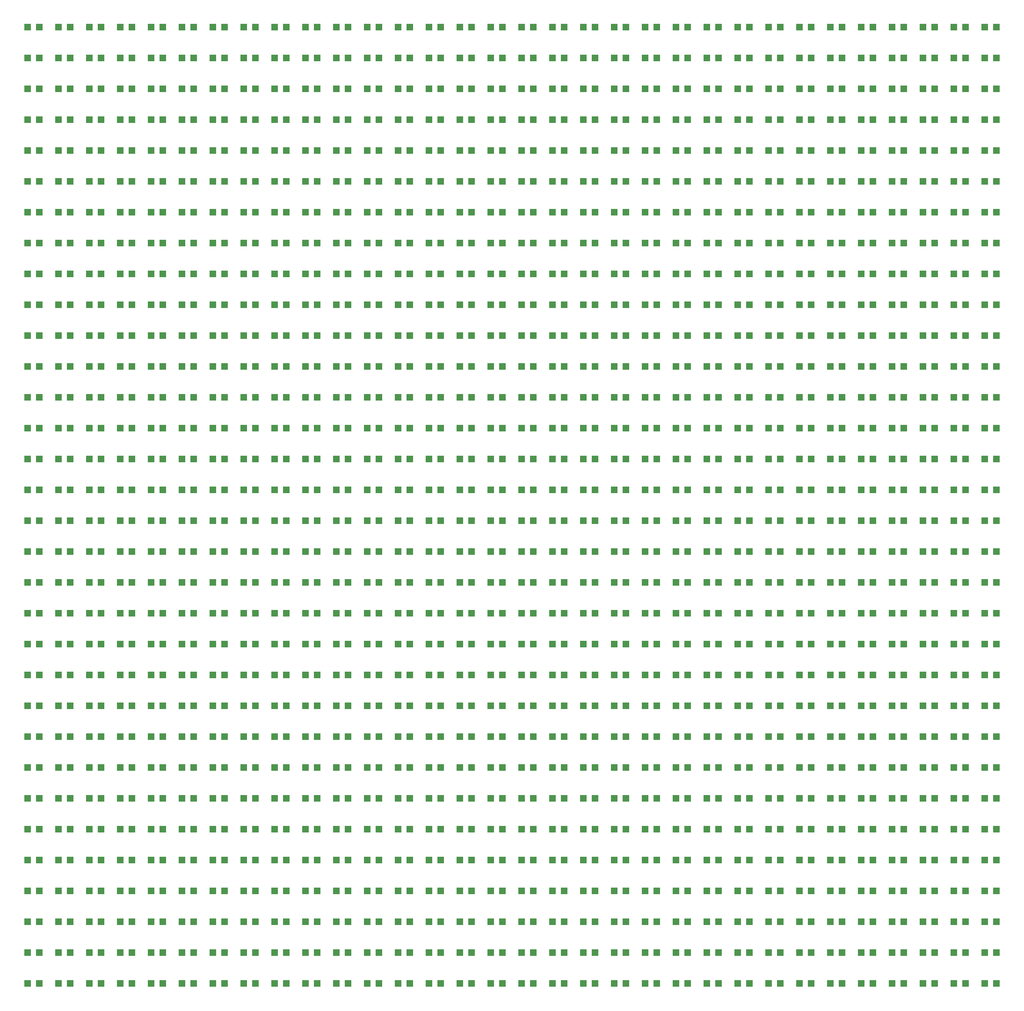
<source format=gtp>
G04 #@! TF.FileFunction,Paste,Top*
%FSLAX46Y46*%
G04 Gerber Fmt 4.6, Leading zero omitted, Abs format (unit mm)*
G04 Created by KiCad (PCBNEW 4.0.2+dfsg1-stable) date dim. 24 sept. 2017 13:03:32 CEST*
%MOMM*%
G01*
G04 APERTURE LIST*
%ADD10C,0.100000*%
%ADD11R,1.198880X1.198880*%
G04 APERTURE END LIST*
D10*
D11*
X259831020Y-225581000D03*
X257732980Y-225581000D03*
X254243020Y-225581000D03*
X252144980Y-225581000D03*
X248655020Y-225581000D03*
X246556980Y-225581000D03*
X243067020Y-225581000D03*
X240968980Y-225581000D03*
X237479020Y-225581000D03*
X235380980Y-225581000D03*
X231891020Y-225581000D03*
X229792980Y-225581000D03*
X226303020Y-225581000D03*
X224204980Y-225581000D03*
X220715020Y-225581000D03*
X218616980Y-225581000D03*
X215127020Y-225581000D03*
X213028980Y-225581000D03*
X209539020Y-225581000D03*
X207440980Y-225581000D03*
X203951020Y-225581000D03*
X201852980Y-225581000D03*
X198363020Y-225581000D03*
X196264980Y-225581000D03*
X192775020Y-225581000D03*
X190676980Y-225581000D03*
X187187020Y-225581000D03*
X185088980Y-225581000D03*
X181599020Y-225581000D03*
X179500980Y-225581000D03*
X176011020Y-225581000D03*
X173912980Y-225581000D03*
X170423020Y-225581000D03*
X168324980Y-225581000D03*
X164835020Y-225581000D03*
X162736980Y-225581000D03*
X159247020Y-225581000D03*
X157148980Y-225581000D03*
X153659020Y-225581000D03*
X151560980Y-225581000D03*
X148071020Y-225581000D03*
X145972980Y-225581000D03*
X142483020Y-225581000D03*
X140384980Y-225581000D03*
X136895020Y-225581000D03*
X134796980Y-225581000D03*
X131307020Y-225581000D03*
X129208980Y-225581000D03*
X125719020Y-225581000D03*
X123620980Y-225581000D03*
X120131020Y-225581000D03*
X118032980Y-225581000D03*
X114543020Y-225581000D03*
X112444980Y-225581000D03*
X108955020Y-225581000D03*
X106856980Y-225581000D03*
X103367020Y-225581000D03*
X101268980Y-225581000D03*
X97779020Y-225581000D03*
X95680980Y-225581000D03*
X92191020Y-225581000D03*
X90092980Y-225581000D03*
X86603020Y-225581000D03*
X84504980Y-225581000D03*
X259831020Y-219993000D03*
X257732980Y-219993000D03*
X254243020Y-219993000D03*
X252144980Y-219993000D03*
X248655020Y-219993000D03*
X246556980Y-219993000D03*
X243067020Y-219993000D03*
X240968980Y-219993000D03*
X237479020Y-219993000D03*
X235380980Y-219993000D03*
X231891020Y-219993000D03*
X229792980Y-219993000D03*
X226303020Y-219993000D03*
X224204980Y-219993000D03*
X220715020Y-219993000D03*
X218616980Y-219993000D03*
X215127020Y-219993000D03*
X213028980Y-219993000D03*
X209539020Y-219993000D03*
X207440980Y-219993000D03*
X203951020Y-219993000D03*
X201852980Y-219993000D03*
X198363020Y-219993000D03*
X196264980Y-219993000D03*
X192775020Y-219993000D03*
X190676980Y-219993000D03*
X187187020Y-219993000D03*
X185088980Y-219993000D03*
X181599020Y-219993000D03*
X179500980Y-219993000D03*
X176011020Y-219993000D03*
X173912980Y-219993000D03*
X170423020Y-219993000D03*
X168324980Y-219993000D03*
X164835020Y-219993000D03*
X162736980Y-219993000D03*
X159247020Y-219993000D03*
X157148980Y-219993000D03*
X153659020Y-219993000D03*
X151560980Y-219993000D03*
X148071020Y-219993000D03*
X145972980Y-219993000D03*
X142483020Y-219993000D03*
X140384980Y-219993000D03*
X136895020Y-219993000D03*
X134796980Y-219993000D03*
X131307020Y-219993000D03*
X129208980Y-219993000D03*
X125719020Y-219993000D03*
X123620980Y-219993000D03*
X120131020Y-219993000D03*
X118032980Y-219993000D03*
X114543020Y-219993000D03*
X112444980Y-219993000D03*
X108955020Y-219993000D03*
X106856980Y-219993000D03*
X103367020Y-219993000D03*
X101268980Y-219993000D03*
X97779020Y-219993000D03*
X95680980Y-219993000D03*
X92191020Y-219993000D03*
X90092980Y-219993000D03*
X86603020Y-219993000D03*
X84504980Y-219993000D03*
X259831020Y-214405000D03*
X257732980Y-214405000D03*
X254243020Y-214405000D03*
X252144980Y-214405000D03*
X248655020Y-214405000D03*
X246556980Y-214405000D03*
X243067020Y-214405000D03*
X240968980Y-214405000D03*
X237479020Y-214405000D03*
X235380980Y-214405000D03*
X231891020Y-214405000D03*
X229792980Y-214405000D03*
X226303020Y-214405000D03*
X224204980Y-214405000D03*
X220715020Y-214405000D03*
X218616980Y-214405000D03*
X215127020Y-214405000D03*
X213028980Y-214405000D03*
X209539020Y-214405000D03*
X207440980Y-214405000D03*
X203951020Y-214405000D03*
X201852980Y-214405000D03*
X198363020Y-214405000D03*
X196264980Y-214405000D03*
X192775020Y-214405000D03*
X190676980Y-214405000D03*
X187187020Y-214405000D03*
X185088980Y-214405000D03*
X181599020Y-214405000D03*
X179500980Y-214405000D03*
X176011020Y-214405000D03*
X173912980Y-214405000D03*
X170423020Y-214405000D03*
X168324980Y-214405000D03*
X164835020Y-214405000D03*
X162736980Y-214405000D03*
X159247020Y-214405000D03*
X157148980Y-214405000D03*
X153659020Y-214405000D03*
X151560980Y-214405000D03*
X148071020Y-214405000D03*
X145972980Y-214405000D03*
X142483020Y-214405000D03*
X140384980Y-214405000D03*
X136895020Y-214405000D03*
X134796980Y-214405000D03*
X131307020Y-214405000D03*
X129208980Y-214405000D03*
X125719020Y-214405000D03*
X123620980Y-214405000D03*
X120131020Y-214405000D03*
X118032980Y-214405000D03*
X114543020Y-214405000D03*
X112444980Y-214405000D03*
X108955020Y-214405000D03*
X106856980Y-214405000D03*
X103367020Y-214405000D03*
X101268980Y-214405000D03*
X97779020Y-214405000D03*
X95680980Y-214405000D03*
X92191020Y-214405000D03*
X90092980Y-214405000D03*
X86603020Y-214405000D03*
X84504980Y-214405000D03*
X259831020Y-208817000D03*
X257732980Y-208817000D03*
X254243020Y-208817000D03*
X252144980Y-208817000D03*
X248655020Y-208817000D03*
X246556980Y-208817000D03*
X243067020Y-208817000D03*
X240968980Y-208817000D03*
X237479020Y-208817000D03*
X235380980Y-208817000D03*
X231891020Y-208817000D03*
X229792980Y-208817000D03*
X226303020Y-208817000D03*
X224204980Y-208817000D03*
X220715020Y-208817000D03*
X218616980Y-208817000D03*
X215127020Y-208817000D03*
X213028980Y-208817000D03*
X209539020Y-208817000D03*
X207440980Y-208817000D03*
X203951020Y-208817000D03*
X201852980Y-208817000D03*
X198363020Y-208817000D03*
X196264980Y-208817000D03*
X192775020Y-208817000D03*
X190676980Y-208817000D03*
X187187020Y-208817000D03*
X185088980Y-208817000D03*
X181599020Y-208817000D03*
X179500980Y-208817000D03*
X176011020Y-208817000D03*
X173912980Y-208817000D03*
X170423020Y-208817000D03*
X168324980Y-208817000D03*
X164835020Y-208817000D03*
X162736980Y-208817000D03*
X159247020Y-208817000D03*
X157148980Y-208817000D03*
X153659020Y-208817000D03*
X151560980Y-208817000D03*
X148071020Y-208817000D03*
X145972980Y-208817000D03*
X142483020Y-208817000D03*
X140384980Y-208817000D03*
X136895020Y-208817000D03*
X134796980Y-208817000D03*
X131307020Y-208817000D03*
X129208980Y-208817000D03*
X125719020Y-208817000D03*
X123620980Y-208817000D03*
X120131020Y-208817000D03*
X118032980Y-208817000D03*
X114543020Y-208817000D03*
X112444980Y-208817000D03*
X108955020Y-208817000D03*
X106856980Y-208817000D03*
X103367020Y-208817000D03*
X101268980Y-208817000D03*
X97779020Y-208817000D03*
X95680980Y-208817000D03*
X92191020Y-208817000D03*
X90092980Y-208817000D03*
X86603020Y-208817000D03*
X84504980Y-208817000D03*
X259831020Y-203229000D03*
X257732980Y-203229000D03*
X254243020Y-203229000D03*
X252144980Y-203229000D03*
X248655020Y-203229000D03*
X246556980Y-203229000D03*
X243067020Y-203229000D03*
X240968980Y-203229000D03*
X237479020Y-203229000D03*
X235380980Y-203229000D03*
X231891020Y-203229000D03*
X229792980Y-203229000D03*
X226303020Y-203229000D03*
X224204980Y-203229000D03*
X220715020Y-203229000D03*
X218616980Y-203229000D03*
X215127020Y-203229000D03*
X213028980Y-203229000D03*
X209539020Y-203229000D03*
X207440980Y-203229000D03*
X203951020Y-203229000D03*
X201852980Y-203229000D03*
X198363020Y-203229000D03*
X196264980Y-203229000D03*
X192775020Y-203229000D03*
X190676980Y-203229000D03*
X187187020Y-203229000D03*
X185088980Y-203229000D03*
X181599020Y-203229000D03*
X179500980Y-203229000D03*
X176011020Y-203229000D03*
X173912980Y-203229000D03*
X170423020Y-203229000D03*
X168324980Y-203229000D03*
X164835020Y-203229000D03*
X162736980Y-203229000D03*
X159247020Y-203229000D03*
X157148980Y-203229000D03*
X153659020Y-203229000D03*
X151560980Y-203229000D03*
X148071020Y-203229000D03*
X145972980Y-203229000D03*
X142483020Y-203229000D03*
X140384980Y-203229000D03*
X136895020Y-203229000D03*
X134796980Y-203229000D03*
X131307020Y-203229000D03*
X129208980Y-203229000D03*
X125719020Y-203229000D03*
X123620980Y-203229000D03*
X120131020Y-203229000D03*
X118032980Y-203229000D03*
X114543020Y-203229000D03*
X112444980Y-203229000D03*
X108955020Y-203229000D03*
X106856980Y-203229000D03*
X103367020Y-203229000D03*
X101268980Y-203229000D03*
X97779020Y-203229000D03*
X95680980Y-203229000D03*
X92191020Y-203229000D03*
X90092980Y-203229000D03*
X86603020Y-203229000D03*
X84504980Y-203229000D03*
X259831020Y-197641000D03*
X257732980Y-197641000D03*
X254243020Y-197641000D03*
X252144980Y-197641000D03*
X248655020Y-197641000D03*
X246556980Y-197641000D03*
X243067020Y-197641000D03*
X240968980Y-197641000D03*
X237479020Y-197641000D03*
X235380980Y-197641000D03*
X231891020Y-197641000D03*
X229792980Y-197641000D03*
X226303020Y-197641000D03*
X224204980Y-197641000D03*
X220715020Y-197641000D03*
X218616980Y-197641000D03*
X215127020Y-197641000D03*
X213028980Y-197641000D03*
X209539020Y-197641000D03*
X207440980Y-197641000D03*
X203951020Y-197641000D03*
X201852980Y-197641000D03*
X198363020Y-197641000D03*
X196264980Y-197641000D03*
X192775020Y-197641000D03*
X190676980Y-197641000D03*
X187187020Y-197641000D03*
X185088980Y-197641000D03*
X181599020Y-197641000D03*
X179500980Y-197641000D03*
X176011020Y-197641000D03*
X173912980Y-197641000D03*
X170423020Y-197641000D03*
X168324980Y-197641000D03*
X164835020Y-197641000D03*
X162736980Y-197641000D03*
X159247020Y-197641000D03*
X157148980Y-197641000D03*
X153659020Y-197641000D03*
X151560980Y-197641000D03*
X148071020Y-197641000D03*
X145972980Y-197641000D03*
X142483020Y-197641000D03*
X140384980Y-197641000D03*
X136895020Y-197641000D03*
X134796980Y-197641000D03*
X131307020Y-197641000D03*
X129208980Y-197641000D03*
X125719020Y-197641000D03*
X123620980Y-197641000D03*
X120131020Y-197641000D03*
X118032980Y-197641000D03*
X114543020Y-197641000D03*
X112444980Y-197641000D03*
X108955020Y-197641000D03*
X106856980Y-197641000D03*
X103367020Y-197641000D03*
X101268980Y-197641000D03*
X97779020Y-197641000D03*
X95680980Y-197641000D03*
X92191020Y-197641000D03*
X90092980Y-197641000D03*
X86603020Y-197641000D03*
X84504980Y-197641000D03*
X259831020Y-192053000D03*
X257732980Y-192053000D03*
X254243020Y-192053000D03*
X252144980Y-192053000D03*
X248655020Y-192053000D03*
X246556980Y-192053000D03*
X243067020Y-192053000D03*
X240968980Y-192053000D03*
X237479020Y-192053000D03*
X235380980Y-192053000D03*
X231891020Y-192053000D03*
X229792980Y-192053000D03*
X226303020Y-192053000D03*
X224204980Y-192053000D03*
X220715020Y-192053000D03*
X218616980Y-192053000D03*
X215127020Y-192053000D03*
X213028980Y-192053000D03*
X209539020Y-192053000D03*
X207440980Y-192053000D03*
X203951020Y-192053000D03*
X201852980Y-192053000D03*
X198363020Y-192053000D03*
X196264980Y-192053000D03*
X192775020Y-192053000D03*
X190676980Y-192053000D03*
X187187020Y-192053000D03*
X185088980Y-192053000D03*
X181599020Y-192053000D03*
X179500980Y-192053000D03*
X176011020Y-192053000D03*
X173912980Y-192053000D03*
X170423020Y-192053000D03*
X168324980Y-192053000D03*
X164835020Y-192053000D03*
X162736980Y-192053000D03*
X159247020Y-192053000D03*
X157148980Y-192053000D03*
X153659020Y-192053000D03*
X151560980Y-192053000D03*
X148071020Y-192053000D03*
X145972980Y-192053000D03*
X142483020Y-192053000D03*
X140384980Y-192053000D03*
X136895020Y-192053000D03*
X134796980Y-192053000D03*
X131307020Y-192053000D03*
X129208980Y-192053000D03*
X125719020Y-192053000D03*
X123620980Y-192053000D03*
X120131020Y-192053000D03*
X118032980Y-192053000D03*
X114543020Y-192053000D03*
X112444980Y-192053000D03*
X108955020Y-192053000D03*
X106856980Y-192053000D03*
X103367020Y-192053000D03*
X101268980Y-192053000D03*
X97779020Y-192053000D03*
X95680980Y-192053000D03*
X92191020Y-192053000D03*
X90092980Y-192053000D03*
X86603020Y-192053000D03*
X84504980Y-192053000D03*
X259831020Y-186465000D03*
X257732980Y-186465000D03*
X254243020Y-186465000D03*
X252144980Y-186465000D03*
X248655020Y-186465000D03*
X246556980Y-186465000D03*
X243067020Y-186465000D03*
X240968980Y-186465000D03*
X237479020Y-186465000D03*
X235380980Y-186465000D03*
X231891020Y-186465000D03*
X229792980Y-186465000D03*
X226303020Y-186465000D03*
X224204980Y-186465000D03*
X220715020Y-186465000D03*
X218616980Y-186465000D03*
X215127020Y-186465000D03*
X213028980Y-186465000D03*
X209539020Y-186465000D03*
X207440980Y-186465000D03*
X203951020Y-186465000D03*
X201852980Y-186465000D03*
X198363020Y-186465000D03*
X196264980Y-186465000D03*
X192775020Y-186465000D03*
X190676980Y-186465000D03*
X187187020Y-186465000D03*
X185088980Y-186465000D03*
X181599020Y-186465000D03*
X179500980Y-186465000D03*
X176011020Y-186465000D03*
X173912980Y-186465000D03*
X170423020Y-186465000D03*
X168324980Y-186465000D03*
X164835020Y-186465000D03*
X162736980Y-186465000D03*
X159247020Y-186465000D03*
X157148980Y-186465000D03*
X153659020Y-186465000D03*
X151560980Y-186465000D03*
X148071020Y-186465000D03*
X145972980Y-186465000D03*
X142483020Y-186465000D03*
X140384980Y-186465000D03*
X136895020Y-186465000D03*
X134796980Y-186465000D03*
X131307020Y-186465000D03*
X129208980Y-186465000D03*
X125719020Y-186465000D03*
X123620980Y-186465000D03*
X120131020Y-186465000D03*
X118032980Y-186465000D03*
X114543020Y-186465000D03*
X112444980Y-186465000D03*
X108955020Y-186465000D03*
X106856980Y-186465000D03*
X103367020Y-186465000D03*
X101268980Y-186465000D03*
X97779020Y-186465000D03*
X95680980Y-186465000D03*
X92191020Y-186465000D03*
X90092980Y-186465000D03*
X86603020Y-186465000D03*
X84504980Y-186465000D03*
X259831020Y-180877000D03*
X257732980Y-180877000D03*
X254243020Y-180877000D03*
X252144980Y-180877000D03*
X248655020Y-180877000D03*
X246556980Y-180877000D03*
X243067020Y-180877000D03*
X240968980Y-180877000D03*
X237479020Y-180877000D03*
X235380980Y-180877000D03*
X231891020Y-180877000D03*
X229792980Y-180877000D03*
X226303020Y-180877000D03*
X224204980Y-180877000D03*
X220715020Y-180877000D03*
X218616980Y-180877000D03*
X215127020Y-180877000D03*
X213028980Y-180877000D03*
X209539020Y-180877000D03*
X207440980Y-180877000D03*
X203951020Y-180877000D03*
X201852980Y-180877000D03*
X198363020Y-180877000D03*
X196264980Y-180877000D03*
X192775020Y-180877000D03*
X190676980Y-180877000D03*
X187187020Y-180877000D03*
X185088980Y-180877000D03*
X181599020Y-180877000D03*
X179500980Y-180877000D03*
X176011020Y-180877000D03*
X173912980Y-180877000D03*
X170423020Y-180877000D03*
X168324980Y-180877000D03*
X164835020Y-180877000D03*
X162736980Y-180877000D03*
X159247020Y-180877000D03*
X157148980Y-180877000D03*
X153659020Y-180877000D03*
X151560980Y-180877000D03*
X148071020Y-180877000D03*
X145972980Y-180877000D03*
X142483020Y-180877000D03*
X140384980Y-180877000D03*
X136895020Y-180877000D03*
X134796980Y-180877000D03*
X131307020Y-180877000D03*
X129208980Y-180877000D03*
X125719020Y-180877000D03*
X123620980Y-180877000D03*
X120131020Y-180877000D03*
X118032980Y-180877000D03*
X114543020Y-180877000D03*
X112444980Y-180877000D03*
X108955020Y-180877000D03*
X106856980Y-180877000D03*
X103367020Y-180877000D03*
X101268980Y-180877000D03*
X97779020Y-180877000D03*
X95680980Y-180877000D03*
X92191020Y-180877000D03*
X90092980Y-180877000D03*
X86603020Y-180877000D03*
X84504980Y-180877000D03*
X259831020Y-175289000D03*
X257732980Y-175289000D03*
X254243020Y-175289000D03*
X252144980Y-175289000D03*
X248655020Y-175289000D03*
X246556980Y-175289000D03*
X243067020Y-175289000D03*
X240968980Y-175289000D03*
X237479020Y-175289000D03*
X235380980Y-175289000D03*
X231891020Y-175289000D03*
X229792980Y-175289000D03*
X226303020Y-175289000D03*
X224204980Y-175289000D03*
X220715020Y-175289000D03*
X218616980Y-175289000D03*
X215127020Y-175289000D03*
X213028980Y-175289000D03*
X209539020Y-175289000D03*
X207440980Y-175289000D03*
X203951020Y-175289000D03*
X201852980Y-175289000D03*
X198363020Y-175289000D03*
X196264980Y-175289000D03*
X192775020Y-175289000D03*
X190676980Y-175289000D03*
X187187020Y-175289000D03*
X185088980Y-175289000D03*
X181599020Y-175289000D03*
X179500980Y-175289000D03*
X176011020Y-175289000D03*
X173912980Y-175289000D03*
X170423020Y-175289000D03*
X168324980Y-175289000D03*
X164835020Y-175289000D03*
X162736980Y-175289000D03*
X159247020Y-175289000D03*
X157148980Y-175289000D03*
X153659020Y-175289000D03*
X151560980Y-175289000D03*
X148071020Y-175289000D03*
X145972980Y-175289000D03*
X142483020Y-175289000D03*
X140384980Y-175289000D03*
X136895020Y-175289000D03*
X134796980Y-175289000D03*
X131307020Y-175289000D03*
X129208980Y-175289000D03*
X125719020Y-175289000D03*
X123620980Y-175289000D03*
X120131020Y-175289000D03*
X118032980Y-175289000D03*
X114543020Y-175289000D03*
X112444980Y-175289000D03*
X108955020Y-175289000D03*
X106856980Y-175289000D03*
X103367020Y-175289000D03*
X101268980Y-175289000D03*
X97779020Y-175289000D03*
X95680980Y-175289000D03*
X92191020Y-175289000D03*
X90092980Y-175289000D03*
X86603020Y-175289000D03*
X84504980Y-175289000D03*
X259831020Y-169701000D03*
X257732980Y-169701000D03*
X254243020Y-169701000D03*
X252144980Y-169701000D03*
X248655020Y-169701000D03*
X246556980Y-169701000D03*
X243067020Y-169701000D03*
X240968980Y-169701000D03*
X237479020Y-169701000D03*
X235380980Y-169701000D03*
X231891020Y-169701000D03*
X229792980Y-169701000D03*
X226303020Y-169701000D03*
X224204980Y-169701000D03*
X220715020Y-169701000D03*
X218616980Y-169701000D03*
X215127020Y-169701000D03*
X213028980Y-169701000D03*
X209539020Y-169701000D03*
X207440980Y-169701000D03*
X203951020Y-169701000D03*
X201852980Y-169701000D03*
X198363020Y-169701000D03*
X196264980Y-169701000D03*
X192775020Y-169701000D03*
X190676980Y-169701000D03*
X187187020Y-169701000D03*
X185088980Y-169701000D03*
X181599020Y-169701000D03*
X179500980Y-169701000D03*
X176011020Y-169701000D03*
X173912980Y-169701000D03*
X170423020Y-169701000D03*
X168324980Y-169701000D03*
X164835020Y-169701000D03*
X162736980Y-169701000D03*
X159247020Y-169701000D03*
X157148980Y-169701000D03*
X153659020Y-169701000D03*
X151560980Y-169701000D03*
X148071020Y-169701000D03*
X145972980Y-169701000D03*
X142483020Y-169701000D03*
X140384980Y-169701000D03*
X136895020Y-169701000D03*
X134796980Y-169701000D03*
X131307020Y-169701000D03*
X129208980Y-169701000D03*
X125719020Y-169701000D03*
X123620980Y-169701000D03*
X120131020Y-169701000D03*
X118032980Y-169701000D03*
X114543020Y-169701000D03*
X112444980Y-169701000D03*
X108955020Y-169701000D03*
X106856980Y-169701000D03*
X103367020Y-169701000D03*
X101268980Y-169701000D03*
X97779020Y-169701000D03*
X95680980Y-169701000D03*
X92191020Y-169701000D03*
X90092980Y-169701000D03*
X86603020Y-169701000D03*
X84504980Y-169701000D03*
X259831020Y-164113000D03*
X257732980Y-164113000D03*
X254243020Y-164113000D03*
X252144980Y-164113000D03*
X248655020Y-164113000D03*
X246556980Y-164113000D03*
X243067020Y-164113000D03*
X240968980Y-164113000D03*
X237479020Y-164113000D03*
X235380980Y-164113000D03*
X231891020Y-164113000D03*
X229792980Y-164113000D03*
X226303020Y-164113000D03*
X224204980Y-164113000D03*
X220715020Y-164113000D03*
X218616980Y-164113000D03*
X215127020Y-164113000D03*
X213028980Y-164113000D03*
X209539020Y-164113000D03*
X207440980Y-164113000D03*
X203951020Y-164113000D03*
X201852980Y-164113000D03*
X198363020Y-164113000D03*
X196264980Y-164113000D03*
X192775020Y-164113000D03*
X190676980Y-164113000D03*
X187187020Y-164113000D03*
X185088980Y-164113000D03*
X181599020Y-164113000D03*
X179500980Y-164113000D03*
X176011020Y-164113000D03*
X173912980Y-164113000D03*
X170423020Y-164113000D03*
X168324980Y-164113000D03*
X164835020Y-164113000D03*
X162736980Y-164113000D03*
X159247020Y-164113000D03*
X157148980Y-164113000D03*
X153659020Y-164113000D03*
X151560980Y-164113000D03*
X148071020Y-164113000D03*
X145972980Y-164113000D03*
X142483020Y-164113000D03*
X140384980Y-164113000D03*
X136895020Y-164113000D03*
X134796980Y-164113000D03*
X131307020Y-164113000D03*
X129208980Y-164113000D03*
X125719020Y-164113000D03*
X123620980Y-164113000D03*
X120131020Y-164113000D03*
X118032980Y-164113000D03*
X114543020Y-164113000D03*
X112444980Y-164113000D03*
X108955020Y-164113000D03*
X106856980Y-164113000D03*
X103367020Y-164113000D03*
X101268980Y-164113000D03*
X97779020Y-164113000D03*
X95680980Y-164113000D03*
X92191020Y-164113000D03*
X90092980Y-164113000D03*
X86603020Y-164113000D03*
X84504980Y-164113000D03*
X259831020Y-158525000D03*
X257732980Y-158525000D03*
X254243020Y-158525000D03*
X252144980Y-158525000D03*
X248655020Y-158525000D03*
X246556980Y-158525000D03*
X243067020Y-158525000D03*
X240968980Y-158525000D03*
X237479020Y-158525000D03*
X235380980Y-158525000D03*
X231891020Y-158525000D03*
X229792980Y-158525000D03*
X226303020Y-158525000D03*
X224204980Y-158525000D03*
X220715020Y-158525000D03*
X218616980Y-158525000D03*
X215127020Y-158525000D03*
X213028980Y-158525000D03*
X209539020Y-158525000D03*
X207440980Y-158525000D03*
X203951020Y-158525000D03*
X201852980Y-158525000D03*
X198363020Y-158525000D03*
X196264980Y-158525000D03*
X192775020Y-158525000D03*
X190676980Y-158525000D03*
X187187020Y-158525000D03*
X185088980Y-158525000D03*
X181599020Y-158525000D03*
X179500980Y-158525000D03*
X176011020Y-158525000D03*
X173912980Y-158525000D03*
X170423020Y-158525000D03*
X168324980Y-158525000D03*
X164835020Y-158525000D03*
X162736980Y-158525000D03*
X159247020Y-158525000D03*
X157148980Y-158525000D03*
X153659020Y-158525000D03*
X151560980Y-158525000D03*
X148071020Y-158525000D03*
X145972980Y-158525000D03*
X142483020Y-158525000D03*
X140384980Y-158525000D03*
X136895020Y-158525000D03*
X134796980Y-158525000D03*
X131307020Y-158525000D03*
X129208980Y-158525000D03*
X125719020Y-158525000D03*
X123620980Y-158525000D03*
X120131020Y-158525000D03*
X118032980Y-158525000D03*
X114543020Y-158525000D03*
X112444980Y-158525000D03*
X108955020Y-158525000D03*
X106856980Y-158525000D03*
X103367020Y-158525000D03*
X101268980Y-158525000D03*
X97779020Y-158525000D03*
X95680980Y-158525000D03*
X92191020Y-158525000D03*
X90092980Y-158525000D03*
X86603020Y-158525000D03*
X84504980Y-158525000D03*
X259831020Y-152937000D03*
X257732980Y-152937000D03*
X254243020Y-152937000D03*
X252144980Y-152937000D03*
X248655020Y-152937000D03*
X246556980Y-152937000D03*
X243067020Y-152937000D03*
X240968980Y-152937000D03*
X237479020Y-152937000D03*
X235380980Y-152937000D03*
X231891020Y-152937000D03*
X229792980Y-152937000D03*
X226303020Y-152937000D03*
X224204980Y-152937000D03*
X220715020Y-152937000D03*
X218616980Y-152937000D03*
X215127020Y-152937000D03*
X213028980Y-152937000D03*
X209539020Y-152937000D03*
X207440980Y-152937000D03*
X203951020Y-152937000D03*
X201852980Y-152937000D03*
X198363020Y-152937000D03*
X196264980Y-152937000D03*
X192775020Y-152937000D03*
X190676980Y-152937000D03*
X187187020Y-152937000D03*
X185088980Y-152937000D03*
X181599020Y-152937000D03*
X179500980Y-152937000D03*
X176011020Y-152937000D03*
X173912980Y-152937000D03*
X170423020Y-152937000D03*
X168324980Y-152937000D03*
X164835020Y-152937000D03*
X162736980Y-152937000D03*
X159247020Y-152937000D03*
X157148980Y-152937000D03*
X153659020Y-152937000D03*
X151560980Y-152937000D03*
X148071020Y-152937000D03*
X145972980Y-152937000D03*
X142483020Y-152937000D03*
X140384980Y-152937000D03*
X136895020Y-152937000D03*
X134796980Y-152937000D03*
X131307020Y-152937000D03*
X129208980Y-152937000D03*
X125719020Y-152937000D03*
X123620980Y-152937000D03*
X120131020Y-152937000D03*
X118032980Y-152937000D03*
X114543020Y-152937000D03*
X112444980Y-152937000D03*
X108955020Y-152937000D03*
X106856980Y-152937000D03*
X103367020Y-152937000D03*
X101268980Y-152937000D03*
X97779020Y-152937000D03*
X95680980Y-152937000D03*
X92191020Y-152937000D03*
X90092980Y-152937000D03*
X86603020Y-152937000D03*
X84504980Y-152937000D03*
X259831020Y-147349000D03*
X257732980Y-147349000D03*
X254243020Y-147349000D03*
X252144980Y-147349000D03*
X248655020Y-147349000D03*
X246556980Y-147349000D03*
X243067020Y-147349000D03*
X240968980Y-147349000D03*
X237479020Y-147349000D03*
X235380980Y-147349000D03*
X231891020Y-147349000D03*
X229792980Y-147349000D03*
X226303020Y-147349000D03*
X224204980Y-147349000D03*
X220715020Y-147349000D03*
X218616980Y-147349000D03*
X215127020Y-147349000D03*
X213028980Y-147349000D03*
X209539020Y-147349000D03*
X207440980Y-147349000D03*
X203951020Y-147349000D03*
X201852980Y-147349000D03*
X198363020Y-147349000D03*
X196264980Y-147349000D03*
X192775020Y-147349000D03*
X190676980Y-147349000D03*
X187187020Y-147349000D03*
X185088980Y-147349000D03*
X181599020Y-147349000D03*
X179500980Y-147349000D03*
X176011020Y-147349000D03*
X173912980Y-147349000D03*
X170423020Y-147349000D03*
X168324980Y-147349000D03*
X164835020Y-147349000D03*
X162736980Y-147349000D03*
X159247020Y-147349000D03*
X157148980Y-147349000D03*
X153659020Y-147349000D03*
X151560980Y-147349000D03*
X148071020Y-147349000D03*
X145972980Y-147349000D03*
X142483020Y-147349000D03*
X140384980Y-147349000D03*
X136895020Y-147349000D03*
X134796980Y-147349000D03*
X131307020Y-147349000D03*
X129208980Y-147349000D03*
X125719020Y-147349000D03*
X123620980Y-147349000D03*
X120131020Y-147349000D03*
X118032980Y-147349000D03*
X114543020Y-147349000D03*
X112444980Y-147349000D03*
X108955020Y-147349000D03*
X106856980Y-147349000D03*
X103367020Y-147349000D03*
X101268980Y-147349000D03*
X97779020Y-147349000D03*
X95680980Y-147349000D03*
X92191020Y-147349000D03*
X90092980Y-147349000D03*
X86603020Y-147349000D03*
X84504980Y-147349000D03*
X259831020Y-141761000D03*
X257732980Y-141761000D03*
X254243020Y-141761000D03*
X252144980Y-141761000D03*
X248655020Y-141761000D03*
X246556980Y-141761000D03*
X243067020Y-141761000D03*
X240968980Y-141761000D03*
X237479020Y-141761000D03*
X235380980Y-141761000D03*
X231891020Y-141761000D03*
X229792980Y-141761000D03*
X226303020Y-141761000D03*
X224204980Y-141761000D03*
X220715020Y-141761000D03*
X218616980Y-141761000D03*
X215127020Y-141761000D03*
X213028980Y-141761000D03*
X209539020Y-141761000D03*
X207440980Y-141761000D03*
X203951020Y-141761000D03*
X201852980Y-141761000D03*
X198363020Y-141761000D03*
X196264980Y-141761000D03*
X192775020Y-141761000D03*
X190676980Y-141761000D03*
X187187020Y-141761000D03*
X185088980Y-141761000D03*
X181599020Y-141761000D03*
X179500980Y-141761000D03*
X176011020Y-141761000D03*
X173912980Y-141761000D03*
X170423020Y-141761000D03*
X168324980Y-141761000D03*
X164835020Y-141761000D03*
X162736980Y-141761000D03*
X159247020Y-141761000D03*
X157148980Y-141761000D03*
X153659020Y-141761000D03*
X151560980Y-141761000D03*
X148071020Y-141761000D03*
X145972980Y-141761000D03*
X142483020Y-141761000D03*
X140384980Y-141761000D03*
X136895020Y-141761000D03*
X134796980Y-141761000D03*
X131307020Y-141761000D03*
X129208980Y-141761000D03*
X125719020Y-141761000D03*
X123620980Y-141761000D03*
X120131020Y-141761000D03*
X118032980Y-141761000D03*
X114543020Y-141761000D03*
X112444980Y-141761000D03*
X108955020Y-141761000D03*
X106856980Y-141761000D03*
X103367020Y-141761000D03*
X101268980Y-141761000D03*
X97779020Y-141761000D03*
X95680980Y-141761000D03*
X92191020Y-141761000D03*
X90092980Y-141761000D03*
X86603020Y-141761000D03*
X84504980Y-141761000D03*
X259831020Y-136173000D03*
X257732980Y-136173000D03*
X254243020Y-136173000D03*
X252144980Y-136173000D03*
X248655020Y-136173000D03*
X246556980Y-136173000D03*
X243067020Y-136173000D03*
X240968980Y-136173000D03*
X237479020Y-136173000D03*
X235380980Y-136173000D03*
X231891020Y-136173000D03*
X229792980Y-136173000D03*
X226303020Y-136173000D03*
X224204980Y-136173000D03*
X220715020Y-136173000D03*
X218616980Y-136173000D03*
X215127020Y-136173000D03*
X213028980Y-136173000D03*
X209539020Y-136173000D03*
X207440980Y-136173000D03*
X203951020Y-136173000D03*
X201852980Y-136173000D03*
X198363020Y-136173000D03*
X196264980Y-136173000D03*
X192775020Y-136173000D03*
X190676980Y-136173000D03*
X187187020Y-136173000D03*
X185088980Y-136173000D03*
X181599020Y-136173000D03*
X179500980Y-136173000D03*
X176011020Y-136173000D03*
X173912980Y-136173000D03*
X170423020Y-136173000D03*
X168324980Y-136173000D03*
X164835020Y-136173000D03*
X162736980Y-136173000D03*
X159247020Y-136173000D03*
X157148980Y-136173000D03*
X153659020Y-136173000D03*
X151560980Y-136173000D03*
X148071020Y-136173000D03*
X145972980Y-136173000D03*
X142483020Y-136173000D03*
X140384980Y-136173000D03*
X136895020Y-136173000D03*
X134796980Y-136173000D03*
X131307020Y-136173000D03*
X129208980Y-136173000D03*
X125719020Y-136173000D03*
X123620980Y-136173000D03*
X120131020Y-136173000D03*
X118032980Y-136173000D03*
X114543020Y-136173000D03*
X112444980Y-136173000D03*
X108955020Y-136173000D03*
X106856980Y-136173000D03*
X103367020Y-136173000D03*
X101268980Y-136173000D03*
X97779020Y-136173000D03*
X95680980Y-136173000D03*
X92191020Y-136173000D03*
X90092980Y-136173000D03*
X86603020Y-136173000D03*
X84504980Y-136173000D03*
X259831020Y-130585000D03*
X257732980Y-130585000D03*
X254243020Y-130585000D03*
X252144980Y-130585000D03*
X248655020Y-130585000D03*
X246556980Y-130585000D03*
X243067020Y-130585000D03*
X240968980Y-130585000D03*
X237479020Y-130585000D03*
X235380980Y-130585000D03*
X231891020Y-130585000D03*
X229792980Y-130585000D03*
X226303020Y-130585000D03*
X224204980Y-130585000D03*
X220715020Y-130585000D03*
X218616980Y-130585000D03*
X215127020Y-130585000D03*
X213028980Y-130585000D03*
X209539020Y-130585000D03*
X207440980Y-130585000D03*
X203951020Y-130585000D03*
X201852980Y-130585000D03*
X198363020Y-130585000D03*
X196264980Y-130585000D03*
X192775020Y-130585000D03*
X190676980Y-130585000D03*
X187187020Y-130585000D03*
X185088980Y-130585000D03*
X181599020Y-130585000D03*
X179500980Y-130585000D03*
X176011020Y-130585000D03*
X173912980Y-130585000D03*
X170423020Y-130585000D03*
X168324980Y-130585000D03*
X164835020Y-130585000D03*
X162736980Y-130585000D03*
X159247020Y-130585000D03*
X157148980Y-130585000D03*
X153659020Y-130585000D03*
X151560980Y-130585000D03*
X148071020Y-130585000D03*
X145972980Y-130585000D03*
X142483020Y-130585000D03*
X140384980Y-130585000D03*
X136895020Y-130585000D03*
X134796980Y-130585000D03*
X131307020Y-130585000D03*
X129208980Y-130585000D03*
X125719020Y-130585000D03*
X123620980Y-130585000D03*
X120131020Y-130585000D03*
X118032980Y-130585000D03*
X114543020Y-130585000D03*
X112444980Y-130585000D03*
X108955020Y-130585000D03*
X106856980Y-130585000D03*
X103367020Y-130585000D03*
X101268980Y-130585000D03*
X97779020Y-130585000D03*
X95680980Y-130585000D03*
X92191020Y-130585000D03*
X90092980Y-130585000D03*
X86603020Y-130585000D03*
X84504980Y-130585000D03*
X259831020Y-124997000D03*
X257732980Y-124997000D03*
X254243020Y-124997000D03*
X252144980Y-124997000D03*
X248655020Y-124997000D03*
X246556980Y-124997000D03*
X243067020Y-124997000D03*
X240968980Y-124997000D03*
X237479020Y-124997000D03*
X235380980Y-124997000D03*
X231891020Y-124997000D03*
X229792980Y-124997000D03*
X226303020Y-124997000D03*
X224204980Y-124997000D03*
X220715020Y-124997000D03*
X218616980Y-124997000D03*
X215127020Y-124997000D03*
X213028980Y-124997000D03*
X209539020Y-124997000D03*
X207440980Y-124997000D03*
X203951020Y-124997000D03*
X201852980Y-124997000D03*
X198363020Y-124997000D03*
X196264980Y-124997000D03*
X192775020Y-124997000D03*
X190676980Y-124997000D03*
X187187020Y-124997000D03*
X185088980Y-124997000D03*
X181599020Y-124997000D03*
X179500980Y-124997000D03*
X176011020Y-124997000D03*
X173912980Y-124997000D03*
X170423020Y-124997000D03*
X168324980Y-124997000D03*
X164835020Y-124997000D03*
X162736980Y-124997000D03*
X159247020Y-124997000D03*
X157148980Y-124997000D03*
X153659020Y-124997000D03*
X151560980Y-124997000D03*
X148071020Y-124997000D03*
X145972980Y-124997000D03*
X142483020Y-124997000D03*
X140384980Y-124997000D03*
X136895020Y-124997000D03*
X134796980Y-124997000D03*
X131307020Y-124997000D03*
X129208980Y-124997000D03*
X125719020Y-124997000D03*
X123620980Y-124997000D03*
X120131020Y-124997000D03*
X118032980Y-124997000D03*
X114543020Y-124997000D03*
X112444980Y-124997000D03*
X108955020Y-124997000D03*
X106856980Y-124997000D03*
X103367020Y-124997000D03*
X101268980Y-124997000D03*
X97779020Y-124997000D03*
X95680980Y-124997000D03*
X92191020Y-124997000D03*
X90092980Y-124997000D03*
X86603020Y-124997000D03*
X84504980Y-124997000D03*
X259831020Y-119409000D03*
X257732980Y-119409000D03*
X254243020Y-119409000D03*
X252144980Y-119409000D03*
X248655020Y-119409000D03*
X246556980Y-119409000D03*
X243067020Y-119409000D03*
X240968980Y-119409000D03*
X237479020Y-119409000D03*
X235380980Y-119409000D03*
X231891020Y-119409000D03*
X229792980Y-119409000D03*
X226303020Y-119409000D03*
X224204980Y-119409000D03*
X220715020Y-119409000D03*
X218616980Y-119409000D03*
X215127020Y-119409000D03*
X213028980Y-119409000D03*
X209539020Y-119409000D03*
X207440980Y-119409000D03*
X203951020Y-119409000D03*
X201852980Y-119409000D03*
X198363020Y-119409000D03*
X196264980Y-119409000D03*
X192775020Y-119409000D03*
X190676980Y-119409000D03*
X187187020Y-119409000D03*
X185088980Y-119409000D03*
X181599020Y-119409000D03*
X179500980Y-119409000D03*
X176011020Y-119409000D03*
X173912980Y-119409000D03*
X170423020Y-119409000D03*
X168324980Y-119409000D03*
X164835020Y-119409000D03*
X162736980Y-119409000D03*
X159247020Y-119409000D03*
X157148980Y-119409000D03*
X153659020Y-119409000D03*
X151560980Y-119409000D03*
X148071020Y-119409000D03*
X145972980Y-119409000D03*
X142483020Y-119409000D03*
X140384980Y-119409000D03*
X136895020Y-119409000D03*
X134796980Y-119409000D03*
X131307020Y-119409000D03*
X129208980Y-119409000D03*
X125719020Y-119409000D03*
X123620980Y-119409000D03*
X120131020Y-119409000D03*
X118032980Y-119409000D03*
X114543020Y-119409000D03*
X112444980Y-119409000D03*
X108955020Y-119409000D03*
X106856980Y-119409000D03*
X103367020Y-119409000D03*
X101268980Y-119409000D03*
X97779020Y-119409000D03*
X95680980Y-119409000D03*
X92191020Y-119409000D03*
X90092980Y-119409000D03*
X86603020Y-119409000D03*
X84504980Y-119409000D03*
X259831020Y-113821000D03*
X257732980Y-113821000D03*
X254243020Y-113821000D03*
X252144980Y-113821000D03*
X248655020Y-113821000D03*
X246556980Y-113821000D03*
X243067020Y-113821000D03*
X240968980Y-113821000D03*
X237479020Y-113821000D03*
X235380980Y-113821000D03*
X231891020Y-113821000D03*
X229792980Y-113821000D03*
X226303020Y-113821000D03*
X224204980Y-113821000D03*
X220715020Y-113821000D03*
X218616980Y-113821000D03*
X215127020Y-113821000D03*
X213028980Y-113821000D03*
X209539020Y-113821000D03*
X207440980Y-113821000D03*
X203951020Y-113821000D03*
X201852980Y-113821000D03*
X198363020Y-113821000D03*
X196264980Y-113821000D03*
X192775020Y-113821000D03*
X190676980Y-113821000D03*
X187187020Y-113821000D03*
X185088980Y-113821000D03*
X181599020Y-113821000D03*
X179500980Y-113821000D03*
X176011020Y-113821000D03*
X173912980Y-113821000D03*
X170423020Y-113821000D03*
X168324980Y-113821000D03*
X164835020Y-113821000D03*
X162736980Y-113821000D03*
X159247020Y-113821000D03*
X157148980Y-113821000D03*
X153659020Y-113821000D03*
X151560980Y-113821000D03*
X148071020Y-113821000D03*
X145972980Y-113821000D03*
X142483020Y-113821000D03*
X140384980Y-113821000D03*
X136895020Y-113821000D03*
X134796980Y-113821000D03*
X131307020Y-113821000D03*
X129208980Y-113821000D03*
X125719020Y-113821000D03*
X123620980Y-113821000D03*
X120131020Y-113821000D03*
X118032980Y-113821000D03*
X114543020Y-113821000D03*
X112444980Y-113821000D03*
X108955020Y-113821000D03*
X106856980Y-113821000D03*
X103367020Y-113821000D03*
X101268980Y-113821000D03*
X97779020Y-113821000D03*
X95680980Y-113821000D03*
X92191020Y-113821000D03*
X90092980Y-113821000D03*
X86603020Y-113821000D03*
X84504980Y-113821000D03*
X259831020Y-108233000D03*
X257732980Y-108233000D03*
X254243020Y-108233000D03*
X252144980Y-108233000D03*
X248655020Y-108233000D03*
X246556980Y-108233000D03*
X243067020Y-108233000D03*
X240968980Y-108233000D03*
X237479020Y-108233000D03*
X235380980Y-108233000D03*
X231891020Y-108233000D03*
X229792980Y-108233000D03*
X226303020Y-108233000D03*
X224204980Y-108233000D03*
X220715020Y-108233000D03*
X218616980Y-108233000D03*
X215127020Y-108233000D03*
X213028980Y-108233000D03*
X209539020Y-108233000D03*
X207440980Y-108233000D03*
X203951020Y-108233000D03*
X201852980Y-108233000D03*
X198363020Y-108233000D03*
X196264980Y-108233000D03*
X192775020Y-108233000D03*
X190676980Y-108233000D03*
X187187020Y-108233000D03*
X185088980Y-108233000D03*
X181599020Y-108233000D03*
X179500980Y-108233000D03*
X176011020Y-108233000D03*
X173912980Y-108233000D03*
X170423020Y-108233000D03*
X168324980Y-108233000D03*
X164835020Y-108233000D03*
X162736980Y-108233000D03*
X159247020Y-108233000D03*
X157148980Y-108233000D03*
X153659020Y-108233000D03*
X151560980Y-108233000D03*
X148071020Y-108233000D03*
X145972980Y-108233000D03*
X142483020Y-108233000D03*
X140384980Y-108233000D03*
X136895020Y-108233000D03*
X134796980Y-108233000D03*
X131307020Y-108233000D03*
X129208980Y-108233000D03*
X125719020Y-108233000D03*
X123620980Y-108233000D03*
X120131020Y-108233000D03*
X118032980Y-108233000D03*
X114543020Y-108233000D03*
X112444980Y-108233000D03*
X108955020Y-108233000D03*
X106856980Y-108233000D03*
X103367020Y-108233000D03*
X101268980Y-108233000D03*
X97779020Y-108233000D03*
X95680980Y-108233000D03*
X92191020Y-108233000D03*
X90092980Y-108233000D03*
X86603020Y-108233000D03*
X84504980Y-108233000D03*
X259831020Y-102645000D03*
X257732980Y-102645000D03*
X254243020Y-102645000D03*
X252144980Y-102645000D03*
X248655020Y-102645000D03*
X246556980Y-102645000D03*
X243067020Y-102645000D03*
X240968980Y-102645000D03*
X237479020Y-102645000D03*
X235380980Y-102645000D03*
X231891020Y-102645000D03*
X229792980Y-102645000D03*
X226303020Y-102645000D03*
X224204980Y-102645000D03*
X220715020Y-102645000D03*
X218616980Y-102645000D03*
X215127020Y-102645000D03*
X213028980Y-102645000D03*
X209539020Y-102645000D03*
X207440980Y-102645000D03*
X203951020Y-102645000D03*
X201852980Y-102645000D03*
X198363020Y-102645000D03*
X196264980Y-102645000D03*
X192775020Y-102645000D03*
X190676980Y-102645000D03*
X187187020Y-102645000D03*
X185088980Y-102645000D03*
X181599020Y-102645000D03*
X179500980Y-102645000D03*
X176011020Y-102645000D03*
X173912980Y-102645000D03*
X170423020Y-102645000D03*
X168324980Y-102645000D03*
X164835020Y-102645000D03*
X162736980Y-102645000D03*
X159247020Y-102645000D03*
X157148980Y-102645000D03*
X153659020Y-102645000D03*
X151560980Y-102645000D03*
X148071020Y-102645000D03*
X145972980Y-102645000D03*
X142483020Y-102645000D03*
X140384980Y-102645000D03*
X136895020Y-102645000D03*
X134796980Y-102645000D03*
X131307020Y-102645000D03*
X129208980Y-102645000D03*
X125719020Y-102645000D03*
X123620980Y-102645000D03*
X120131020Y-102645000D03*
X118032980Y-102645000D03*
X114543020Y-102645000D03*
X112444980Y-102645000D03*
X108955020Y-102645000D03*
X106856980Y-102645000D03*
X103367020Y-102645000D03*
X101268980Y-102645000D03*
X97779020Y-102645000D03*
X95680980Y-102645000D03*
X92191020Y-102645000D03*
X90092980Y-102645000D03*
X86603020Y-102645000D03*
X84504980Y-102645000D03*
X259831020Y-97057000D03*
X257732980Y-97057000D03*
X254243020Y-97057000D03*
X252144980Y-97057000D03*
X248655020Y-97057000D03*
X246556980Y-97057000D03*
X243067020Y-97057000D03*
X240968980Y-97057000D03*
X237479020Y-97057000D03*
X235380980Y-97057000D03*
X231891020Y-97057000D03*
X229792980Y-97057000D03*
X226303020Y-97057000D03*
X224204980Y-97057000D03*
X220715020Y-97057000D03*
X218616980Y-97057000D03*
X215127020Y-97057000D03*
X213028980Y-97057000D03*
X209539020Y-97057000D03*
X207440980Y-97057000D03*
X203951020Y-97057000D03*
X201852980Y-97057000D03*
X198363020Y-97057000D03*
X196264980Y-97057000D03*
X192775020Y-97057000D03*
X190676980Y-97057000D03*
X187187020Y-97057000D03*
X185088980Y-97057000D03*
X181599020Y-97057000D03*
X179500980Y-97057000D03*
X176011020Y-97057000D03*
X173912980Y-97057000D03*
X170423020Y-97057000D03*
X168324980Y-97057000D03*
X164835020Y-97057000D03*
X162736980Y-97057000D03*
X159247020Y-97057000D03*
X157148980Y-97057000D03*
X153659020Y-97057000D03*
X151560980Y-97057000D03*
X148071020Y-97057000D03*
X145972980Y-97057000D03*
X142483020Y-97057000D03*
X140384980Y-97057000D03*
X136895020Y-97057000D03*
X134796980Y-97057000D03*
X131307020Y-97057000D03*
X129208980Y-97057000D03*
X125719020Y-97057000D03*
X123620980Y-97057000D03*
X120131020Y-97057000D03*
X118032980Y-97057000D03*
X114543020Y-97057000D03*
X112444980Y-97057000D03*
X108955020Y-97057000D03*
X106856980Y-97057000D03*
X103367020Y-97057000D03*
X101268980Y-97057000D03*
X97779020Y-97057000D03*
X95680980Y-97057000D03*
X92191020Y-97057000D03*
X90092980Y-97057000D03*
X86603020Y-97057000D03*
X84504980Y-97057000D03*
X259831020Y-91469000D03*
X257732980Y-91469000D03*
X254243020Y-91469000D03*
X252144980Y-91469000D03*
X248655020Y-91469000D03*
X246556980Y-91469000D03*
X243067020Y-91469000D03*
X240968980Y-91469000D03*
X237479020Y-91469000D03*
X235380980Y-91469000D03*
X231891020Y-91469000D03*
X229792980Y-91469000D03*
X226303020Y-91469000D03*
X224204980Y-91469000D03*
X220715020Y-91469000D03*
X218616980Y-91469000D03*
X215127020Y-91469000D03*
X213028980Y-91469000D03*
X209539020Y-91469000D03*
X207440980Y-91469000D03*
X203951020Y-91469000D03*
X201852980Y-91469000D03*
X198363020Y-91469000D03*
X196264980Y-91469000D03*
X192775020Y-91469000D03*
X190676980Y-91469000D03*
X187187020Y-91469000D03*
X185088980Y-91469000D03*
X181599020Y-91469000D03*
X179500980Y-91469000D03*
X176011020Y-91469000D03*
X173912980Y-91469000D03*
X170423020Y-91469000D03*
X168324980Y-91469000D03*
X164835020Y-91469000D03*
X162736980Y-91469000D03*
X159247020Y-91469000D03*
X157148980Y-91469000D03*
X153659020Y-91469000D03*
X151560980Y-91469000D03*
X148071020Y-91469000D03*
X145972980Y-91469000D03*
X142483020Y-91469000D03*
X140384980Y-91469000D03*
X136895020Y-91469000D03*
X134796980Y-91469000D03*
X131307020Y-91469000D03*
X129208980Y-91469000D03*
X125719020Y-91469000D03*
X123620980Y-91469000D03*
X120131020Y-91469000D03*
X118032980Y-91469000D03*
X114543020Y-91469000D03*
X112444980Y-91469000D03*
X108955020Y-91469000D03*
X106856980Y-91469000D03*
X103367020Y-91469000D03*
X101268980Y-91469000D03*
X97779020Y-91469000D03*
X95680980Y-91469000D03*
X92191020Y-91469000D03*
X90092980Y-91469000D03*
X86603020Y-91469000D03*
X84504980Y-91469000D03*
X259831020Y-85881000D03*
X257732980Y-85881000D03*
X254243020Y-85881000D03*
X252144980Y-85881000D03*
X248655020Y-85881000D03*
X246556980Y-85881000D03*
X243067020Y-85881000D03*
X240968980Y-85881000D03*
X237479020Y-85881000D03*
X235380980Y-85881000D03*
X231891020Y-85881000D03*
X229792980Y-85881000D03*
X226303020Y-85881000D03*
X224204980Y-85881000D03*
X220715020Y-85881000D03*
X218616980Y-85881000D03*
X215127020Y-85881000D03*
X213028980Y-85881000D03*
X209539020Y-85881000D03*
X207440980Y-85881000D03*
X203951020Y-85881000D03*
X201852980Y-85881000D03*
X198363020Y-85881000D03*
X196264980Y-85881000D03*
X192775020Y-85881000D03*
X190676980Y-85881000D03*
X187187020Y-85881000D03*
X185088980Y-85881000D03*
X181599020Y-85881000D03*
X179500980Y-85881000D03*
X176011020Y-85881000D03*
X173912980Y-85881000D03*
X170423020Y-85881000D03*
X168324980Y-85881000D03*
X164835020Y-85881000D03*
X162736980Y-85881000D03*
X159247020Y-85881000D03*
X157148980Y-85881000D03*
X153659020Y-85881000D03*
X151560980Y-85881000D03*
X148071020Y-85881000D03*
X145972980Y-85881000D03*
X142483020Y-85881000D03*
X140384980Y-85881000D03*
X136895020Y-85881000D03*
X134796980Y-85881000D03*
X131307020Y-85881000D03*
X129208980Y-85881000D03*
X125719020Y-85881000D03*
X123620980Y-85881000D03*
X120131020Y-85881000D03*
X118032980Y-85881000D03*
X114543020Y-85881000D03*
X112444980Y-85881000D03*
X108955020Y-85881000D03*
X106856980Y-85881000D03*
X103367020Y-85881000D03*
X101268980Y-85881000D03*
X97779020Y-85881000D03*
X95680980Y-85881000D03*
X92191020Y-85881000D03*
X90092980Y-85881000D03*
X86603020Y-85881000D03*
X84504980Y-85881000D03*
X259831020Y-80293000D03*
X257732980Y-80293000D03*
X254243020Y-80293000D03*
X252144980Y-80293000D03*
X248655020Y-80293000D03*
X246556980Y-80293000D03*
X243067020Y-80293000D03*
X240968980Y-80293000D03*
X237479020Y-80293000D03*
X235380980Y-80293000D03*
X231891020Y-80293000D03*
X229792980Y-80293000D03*
X226303020Y-80293000D03*
X224204980Y-80293000D03*
X220715020Y-80293000D03*
X218616980Y-80293000D03*
X215127020Y-80293000D03*
X213028980Y-80293000D03*
X209539020Y-80293000D03*
X207440980Y-80293000D03*
X203951020Y-80293000D03*
X201852980Y-80293000D03*
X198363020Y-80293000D03*
X196264980Y-80293000D03*
X192775020Y-80293000D03*
X190676980Y-80293000D03*
X187187020Y-80293000D03*
X185088980Y-80293000D03*
X181599020Y-80293000D03*
X179500980Y-80293000D03*
X176011020Y-80293000D03*
X173912980Y-80293000D03*
X170423020Y-80293000D03*
X168324980Y-80293000D03*
X164835020Y-80293000D03*
X162736980Y-80293000D03*
X159247020Y-80293000D03*
X157148980Y-80293000D03*
X153659020Y-80293000D03*
X151560980Y-80293000D03*
X148071020Y-80293000D03*
X145972980Y-80293000D03*
X142483020Y-80293000D03*
X140384980Y-80293000D03*
X136895020Y-80293000D03*
X134796980Y-80293000D03*
X131307020Y-80293000D03*
X129208980Y-80293000D03*
X125719020Y-80293000D03*
X123620980Y-80293000D03*
X120131020Y-80293000D03*
X118032980Y-80293000D03*
X114543020Y-80293000D03*
X112444980Y-80293000D03*
X108955020Y-80293000D03*
X106856980Y-80293000D03*
X103367020Y-80293000D03*
X101268980Y-80293000D03*
X97779020Y-80293000D03*
X95680980Y-80293000D03*
X92191020Y-80293000D03*
X90092980Y-80293000D03*
X86603020Y-80293000D03*
X84504980Y-80293000D03*
X259831020Y-74705000D03*
X257732980Y-74705000D03*
X254243020Y-74705000D03*
X252144980Y-74705000D03*
X248655020Y-74705000D03*
X246556980Y-74705000D03*
X243067020Y-74705000D03*
X240968980Y-74705000D03*
X237479020Y-74705000D03*
X235380980Y-74705000D03*
X231891020Y-74705000D03*
X229792980Y-74705000D03*
X226303020Y-74705000D03*
X224204980Y-74705000D03*
X220715020Y-74705000D03*
X218616980Y-74705000D03*
X215127020Y-74705000D03*
X213028980Y-74705000D03*
X209539020Y-74705000D03*
X207440980Y-74705000D03*
X203951020Y-74705000D03*
X201852980Y-74705000D03*
X198363020Y-74705000D03*
X196264980Y-74705000D03*
X192775020Y-74705000D03*
X190676980Y-74705000D03*
X187187020Y-74705000D03*
X185088980Y-74705000D03*
X181599020Y-74705000D03*
X179500980Y-74705000D03*
X176011020Y-74705000D03*
X173912980Y-74705000D03*
X170423020Y-74705000D03*
X168324980Y-74705000D03*
X164835020Y-74705000D03*
X162736980Y-74705000D03*
X159247020Y-74705000D03*
X157148980Y-74705000D03*
X153659020Y-74705000D03*
X151560980Y-74705000D03*
X148071020Y-74705000D03*
X145972980Y-74705000D03*
X142483020Y-74705000D03*
X140384980Y-74705000D03*
X136895020Y-74705000D03*
X134796980Y-74705000D03*
X131307020Y-74705000D03*
X129208980Y-74705000D03*
X125719020Y-74705000D03*
X123620980Y-74705000D03*
X120131020Y-74705000D03*
X118032980Y-74705000D03*
X114543020Y-74705000D03*
X112444980Y-74705000D03*
X108955020Y-74705000D03*
X106856980Y-74705000D03*
X103367020Y-74705000D03*
X101268980Y-74705000D03*
X97779020Y-74705000D03*
X95680980Y-74705000D03*
X92191020Y-74705000D03*
X90092980Y-74705000D03*
X86603020Y-74705000D03*
X84504980Y-74705000D03*
X259831020Y-69117000D03*
X257732980Y-69117000D03*
X254243020Y-69117000D03*
X252144980Y-69117000D03*
X248655020Y-69117000D03*
X246556980Y-69117000D03*
X243067020Y-69117000D03*
X240968980Y-69117000D03*
X237479020Y-69117000D03*
X235380980Y-69117000D03*
X231891020Y-69117000D03*
X229792980Y-69117000D03*
X226303020Y-69117000D03*
X224204980Y-69117000D03*
X220715020Y-69117000D03*
X218616980Y-69117000D03*
X215127020Y-69117000D03*
X213028980Y-69117000D03*
X209539020Y-69117000D03*
X207440980Y-69117000D03*
X203951020Y-69117000D03*
X201852980Y-69117000D03*
X198363020Y-69117000D03*
X196264980Y-69117000D03*
X192775020Y-69117000D03*
X190676980Y-69117000D03*
X187187020Y-69117000D03*
X185088980Y-69117000D03*
X181599020Y-69117000D03*
X179500980Y-69117000D03*
X176011020Y-69117000D03*
X173912980Y-69117000D03*
X170423020Y-69117000D03*
X168324980Y-69117000D03*
X164835020Y-69117000D03*
X162736980Y-69117000D03*
X159247020Y-69117000D03*
X157148980Y-69117000D03*
X153659020Y-69117000D03*
X151560980Y-69117000D03*
X148071020Y-69117000D03*
X145972980Y-69117000D03*
X142483020Y-69117000D03*
X140384980Y-69117000D03*
X136895020Y-69117000D03*
X134796980Y-69117000D03*
X131307020Y-69117000D03*
X129208980Y-69117000D03*
X125719020Y-69117000D03*
X123620980Y-69117000D03*
X120131020Y-69117000D03*
X118032980Y-69117000D03*
X114543020Y-69117000D03*
X112444980Y-69117000D03*
X108955020Y-69117000D03*
X106856980Y-69117000D03*
X103367020Y-69117000D03*
X101268980Y-69117000D03*
X97779020Y-69117000D03*
X95680980Y-69117000D03*
X92191020Y-69117000D03*
X90092980Y-69117000D03*
X86603020Y-69117000D03*
X84504980Y-69117000D03*
X259831020Y-63529000D03*
X257732980Y-63529000D03*
X254243020Y-63529000D03*
X252144980Y-63529000D03*
X248655020Y-63529000D03*
X246556980Y-63529000D03*
X243067020Y-63529000D03*
X240968980Y-63529000D03*
X237479020Y-63529000D03*
X235380980Y-63529000D03*
X231891020Y-63529000D03*
X229792980Y-63529000D03*
X226303020Y-63529000D03*
X224204980Y-63529000D03*
X220715020Y-63529000D03*
X218616980Y-63529000D03*
X215127020Y-63529000D03*
X213028980Y-63529000D03*
X209539020Y-63529000D03*
X207440980Y-63529000D03*
X203951020Y-63529000D03*
X201852980Y-63529000D03*
X198363020Y-63529000D03*
X196264980Y-63529000D03*
X192775020Y-63529000D03*
X190676980Y-63529000D03*
X187187020Y-63529000D03*
X185088980Y-63529000D03*
X181599020Y-63529000D03*
X179500980Y-63529000D03*
X176011020Y-63529000D03*
X173912980Y-63529000D03*
X170423020Y-63529000D03*
X168324980Y-63529000D03*
X164835020Y-63529000D03*
X162736980Y-63529000D03*
X159247020Y-63529000D03*
X157148980Y-63529000D03*
X153659020Y-63529000D03*
X151560980Y-63529000D03*
X148071020Y-63529000D03*
X145972980Y-63529000D03*
X142483020Y-63529000D03*
X140384980Y-63529000D03*
X136895020Y-63529000D03*
X134796980Y-63529000D03*
X131307020Y-63529000D03*
X129208980Y-63529000D03*
X125719020Y-63529000D03*
X123620980Y-63529000D03*
X120131020Y-63529000D03*
X118032980Y-63529000D03*
X114543020Y-63529000D03*
X112444980Y-63529000D03*
X108955020Y-63529000D03*
X106856980Y-63529000D03*
X103367020Y-63529000D03*
X101268980Y-63529000D03*
X97779020Y-63529000D03*
X95680980Y-63529000D03*
X92191020Y-63529000D03*
X90092980Y-63529000D03*
X86603020Y-63529000D03*
X84504980Y-63529000D03*
X259831020Y-57941000D03*
X257732980Y-57941000D03*
X254243020Y-57941000D03*
X252144980Y-57941000D03*
X248655020Y-57941000D03*
X246556980Y-57941000D03*
X243067020Y-57941000D03*
X240968980Y-57941000D03*
X237479020Y-57941000D03*
X235380980Y-57941000D03*
X231891020Y-57941000D03*
X229792980Y-57941000D03*
X226303020Y-57941000D03*
X224204980Y-57941000D03*
X220715020Y-57941000D03*
X218616980Y-57941000D03*
X215127020Y-57941000D03*
X213028980Y-57941000D03*
X209539020Y-57941000D03*
X207440980Y-57941000D03*
X203951020Y-57941000D03*
X201852980Y-57941000D03*
X198363020Y-57941000D03*
X196264980Y-57941000D03*
X192775020Y-57941000D03*
X190676980Y-57941000D03*
X187187020Y-57941000D03*
X185088980Y-57941000D03*
X181599020Y-57941000D03*
X179500980Y-57941000D03*
X176011020Y-57941000D03*
X173912980Y-57941000D03*
X170423020Y-57941000D03*
X168324980Y-57941000D03*
X164835020Y-57941000D03*
X162736980Y-57941000D03*
X159247020Y-57941000D03*
X157148980Y-57941000D03*
X153659020Y-57941000D03*
X151560980Y-57941000D03*
X148071020Y-57941000D03*
X145972980Y-57941000D03*
X142483020Y-57941000D03*
X140384980Y-57941000D03*
X136895020Y-57941000D03*
X134796980Y-57941000D03*
X131307020Y-57941000D03*
X129208980Y-57941000D03*
X125719020Y-57941000D03*
X123620980Y-57941000D03*
X120131020Y-57941000D03*
X118032980Y-57941000D03*
X114543020Y-57941000D03*
X112444980Y-57941000D03*
X108955020Y-57941000D03*
X106856980Y-57941000D03*
X103367020Y-57941000D03*
X101268980Y-57941000D03*
X97779020Y-57941000D03*
X95680980Y-57941000D03*
X92191020Y-57941000D03*
X90092980Y-57941000D03*
X86603020Y-57941000D03*
X84504980Y-57941000D03*
X259831020Y-52353000D03*
X257732980Y-52353000D03*
X254243020Y-52353000D03*
X252144980Y-52353000D03*
X248655020Y-52353000D03*
X246556980Y-52353000D03*
X243067020Y-52353000D03*
X240968980Y-52353000D03*
X237479020Y-52353000D03*
X235380980Y-52353000D03*
X231891020Y-52353000D03*
X229792980Y-52353000D03*
X226303020Y-52353000D03*
X224204980Y-52353000D03*
X220715020Y-52353000D03*
X218616980Y-52353000D03*
X215127020Y-52353000D03*
X213028980Y-52353000D03*
X209539020Y-52353000D03*
X207440980Y-52353000D03*
X203951020Y-52353000D03*
X201852980Y-52353000D03*
X198363020Y-52353000D03*
X196264980Y-52353000D03*
X192775020Y-52353000D03*
X190676980Y-52353000D03*
X187187020Y-52353000D03*
X185088980Y-52353000D03*
X181599020Y-52353000D03*
X179500980Y-52353000D03*
X176011020Y-52353000D03*
X173912980Y-52353000D03*
X170423020Y-52353000D03*
X168324980Y-52353000D03*
X164835020Y-52353000D03*
X162736980Y-52353000D03*
X159247020Y-52353000D03*
X157148980Y-52353000D03*
X153659020Y-52353000D03*
X151560980Y-52353000D03*
X148071020Y-52353000D03*
X145972980Y-52353000D03*
X142483020Y-52353000D03*
X140384980Y-52353000D03*
X136895020Y-52353000D03*
X134796980Y-52353000D03*
X131307020Y-52353000D03*
X129208980Y-52353000D03*
X125719020Y-52353000D03*
X123620980Y-52353000D03*
X120131020Y-52353000D03*
X118032980Y-52353000D03*
X114543020Y-52353000D03*
X112444980Y-52353000D03*
X108955020Y-52353000D03*
X106856980Y-52353000D03*
X103367020Y-52353000D03*
X101268980Y-52353000D03*
X97779020Y-52353000D03*
X95680980Y-52353000D03*
X92191020Y-52353000D03*
X90092980Y-52353000D03*
X86603020Y-52353000D03*
X84504980Y-52353000D03*
M02*

</source>
